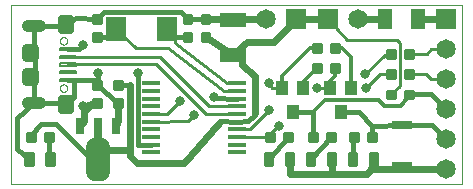
<source format=gtl>
G75*
%MOIN*%
%OFA0B0*%
%FSLAX25Y25*%
%IPPOS*%
%LPD*%
%AMOC8*
5,1,8,0,0,1.08239X$1,22.5*
%
%ADD10C,0.00000*%
%ADD11R,0.05906X0.01575*%
%ADD12C,0.04000*%
%ADD13C,0.00750*%
%ADD14C,0.02750*%
%ADD15C,0.02953*%
%ADD16R,0.06693X0.03150*%
%ADD17C,0.00875*%
%ADD18R,0.09000X0.04500*%
%ADD19R,0.05000X0.07000*%
%ADD20R,0.06500X0.06500*%
%ADD21C,0.06500*%
%ADD22R,0.03150X0.05512*%
%ADD23R,0.03150X0.07480*%
%ADD24C,0.06000*%
%ADD25R,0.07000X0.08000*%
%ADD26R,0.04000X0.04500*%
%ADD27C,0.01600*%
%ADD28C,0.02400*%
%ADD29C,0.03169*%
%ADD30C,0.01000*%
%ADD31C,0.01200*%
D10*
X0008000Y0002750D02*
X0008000Y0062711D01*
X0158201Y0062711D01*
X0158201Y0002750D01*
X0008000Y0002750D01*
X0024191Y0034876D02*
X0024193Y0034946D01*
X0024199Y0035016D01*
X0024209Y0035085D01*
X0024222Y0035154D01*
X0024240Y0035222D01*
X0024261Y0035289D01*
X0024286Y0035354D01*
X0024315Y0035418D01*
X0024347Y0035481D01*
X0024383Y0035541D01*
X0024422Y0035599D01*
X0024464Y0035655D01*
X0024509Y0035709D01*
X0024557Y0035760D01*
X0024608Y0035808D01*
X0024662Y0035853D01*
X0024718Y0035895D01*
X0024776Y0035934D01*
X0024836Y0035970D01*
X0024899Y0036002D01*
X0024963Y0036031D01*
X0025028Y0036056D01*
X0025095Y0036077D01*
X0025163Y0036095D01*
X0025232Y0036108D01*
X0025301Y0036118D01*
X0025371Y0036124D01*
X0025441Y0036126D01*
X0025511Y0036124D01*
X0025581Y0036118D01*
X0025650Y0036108D01*
X0025719Y0036095D01*
X0025787Y0036077D01*
X0025854Y0036056D01*
X0025919Y0036031D01*
X0025983Y0036002D01*
X0026046Y0035970D01*
X0026106Y0035934D01*
X0026164Y0035895D01*
X0026220Y0035853D01*
X0026274Y0035808D01*
X0026325Y0035760D01*
X0026373Y0035709D01*
X0026418Y0035655D01*
X0026460Y0035599D01*
X0026499Y0035541D01*
X0026535Y0035481D01*
X0026567Y0035418D01*
X0026596Y0035354D01*
X0026621Y0035289D01*
X0026642Y0035222D01*
X0026660Y0035154D01*
X0026673Y0035085D01*
X0026683Y0035016D01*
X0026689Y0034946D01*
X0026691Y0034876D01*
X0026689Y0034806D01*
X0026683Y0034736D01*
X0026673Y0034667D01*
X0026660Y0034598D01*
X0026642Y0034530D01*
X0026621Y0034463D01*
X0026596Y0034398D01*
X0026567Y0034334D01*
X0026535Y0034271D01*
X0026499Y0034211D01*
X0026460Y0034153D01*
X0026418Y0034097D01*
X0026373Y0034043D01*
X0026325Y0033992D01*
X0026274Y0033944D01*
X0026220Y0033899D01*
X0026164Y0033857D01*
X0026106Y0033818D01*
X0026046Y0033782D01*
X0025983Y0033750D01*
X0025919Y0033721D01*
X0025854Y0033696D01*
X0025787Y0033675D01*
X0025719Y0033657D01*
X0025650Y0033644D01*
X0025581Y0033634D01*
X0025511Y0033628D01*
X0025441Y0033626D01*
X0025371Y0033628D01*
X0025301Y0033634D01*
X0025232Y0033644D01*
X0025163Y0033657D01*
X0025095Y0033675D01*
X0025028Y0033696D01*
X0024963Y0033721D01*
X0024899Y0033750D01*
X0024836Y0033782D01*
X0024776Y0033818D01*
X0024718Y0033857D01*
X0024662Y0033899D01*
X0024608Y0033944D01*
X0024557Y0033992D01*
X0024509Y0034043D01*
X0024464Y0034097D01*
X0024422Y0034153D01*
X0024383Y0034211D01*
X0024347Y0034271D01*
X0024315Y0034334D01*
X0024286Y0034398D01*
X0024261Y0034463D01*
X0024240Y0034530D01*
X0024222Y0034598D01*
X0024209Y0034667D01*
X0024199Y0034736D01*
X0024193Y0034806D01*
X0024191Y0034876D01*
X0024191Y0050624D02*
X0024193Y0050694D01*
X0024199Y0050764D01*
X0024209Y0050833D01*
X0024222Y0050902D01*
X0024240Y0050970D01*
X0024261Y0051037D01*
X0024286Y0051102D01*
X0024315Y0051166D01*
X0024347Y0051229D01*
X0024383Y0051289D01*
X0024422Y0051347D01*
X0024464Y0051403D01*
X0024509Y0051457D01*
X0024557Y0051508D01*
X0024608Y0051556D01*
X0024662Y0051601D01*
X0024718Y0051643D01*
X0024776Y0051682D01*
X0024836Y0051718D01*
X0024899Y0051750D01*
X0024963Y0051779D01*
X0025028Y0051804D01*
X0025095Y0051825D01*
X0025163Y0051843D01*
X0025232Y0051856D01*
X0025301Y0051866D01*
X0025371Y0051872D01*
X0025441Y0051874D01*
X0025511Y0051872D01*
X0025581Y0051866D01*
X0025650Y0051856D01*
X0025719Y0051843D01*
X0025787Y0051825D01*
X0025854Y0051804D01*
X0025919Y0051779D01*
X0025983Y0051750D01*
X0026046Y0051718D01*
X0026106Y0051682D01*
X0026164Y0051643D01*
X0026220Y0051601D01*
X0026274Y0051556D01*
X0026325Y0051508D01*
X0026373Y0051457D01*
X0026418Y0051403D01*
X0026460Y0051347D01*
X0026499Y0051289D01*
X0026535Y0051229D01*
X0026567Y0051166D01*
X0026596Y0051102D01*
X0026621Y0051037D01*
X0026642Y0050970D01*
X0026660Y0050902D01*
X0026673Y0050833D01*
X0026683Y0050764D01*
X0026689Y0050694D01*
X0026691Y0050624D01*
X0026689Y0050554D01*
X0026683Y0050484D01*
X0026673Y0050415D01*
X0026660Y0050346D01*
X0026642Y0050278D01*
X0026621Y0050211D01*
X0026596Y0050146D01*
X0026567Y0050082D01*
X0026535Y0050019D01*
X0026499Y0049959D01*
X0026460Y0049901D01*
X0026418Y0049845D01*
X0026373Y0049791D01*
X0026325Y0049740D01*
X0026274Y0049692D01*
X0026220Y0049647D01*
X0026164Y0049605D01*
X0026106Y0049566D01*
X0026046Y0049530D01*
X0025983Y0049498D01*
X0025919Y0049469D01*
X0025854Y0049444D01*
X0025787Y0049423D01*
X0025719Y0049405D01*
X0025650Y0049392D01*
X0025581Y0049382D01*
X0025511Y0049376D01*
X0025441Y0049374D01*
X0025371Y0049376D01*
X0025301Y0049382D01*
X0025232Y0049392D01*
X0025163Y0049405D01*
X0025095Y0049423D01*
X0025028Y0049444D01*
X0024963Y0049469D01*
X0024899Y0049498D01*
X0024836Y0049530D01*
X0024776Y0049566D01*
X0024718Y0049605D01*
X0024662Y0049647D01*
X0024608Y0049692D01*
X0024557Y0049740D01*
X0024509Y0049791D01*
X0024464Y0049845D01*
X0024422Y0049901D01*
X0024383Y0049959D01*
X0024347Y0050019D01*
X0024315Y0050082D01*
X0024286Y0050146D01*
X0024261Y0050211D01*
X0024240Y0050278D01*
X0024222Y0050346D01*
X0024209Y0050415D01*
X0024199Y0050484D01*
X0024193Y0050554D01*
X0024191Y0050624D01*
D11*
X0054728Y0036516D03*
X0054728Y0033957D03*
X0054728Y0031398D03*
X0054728Y0028839D03*
X0054728Y0026280D03*
X0054728Y0023720D03*
X0054728Y0021161D03*
X0054728Y0018602D03*
X0054728Y0016043D03*
X0054728Y0013484D03*
X0083272Y0013484D03*
X0083272Y0016043D03*
X0083272Y0018602D03*
X0083272Y0021161D03*
X0083272Y0023720D03*
X0083272Y0026280D03*
X0083272Y0028839D03*
X0083272Y0031398D03*
X0083272Y0033957D03*
X0083272Y0036516D03*
D12*
X0017500Y0030050D02*
X0013500Y0030050D01*
X0013500Y0055450D02*
X0017500Y0055450D01*
D13*
X0029641Y0048243D02*
X0029641Y0047493D01*
X0024391Y0047493D01*
X0024391Y0048243D01*
X0029641Y0048243D01*
X0029641Y0048242D02*
X0024391Y0048242D01*
X0029641Y0045684D02*
X0029641Y0044934D01*
X0024391Y0044934D01*
X0024391Y0045684D01*
X0029641Y0045684D01*
X0029641Y0045683D02*
X0024391Y0045683D01*
X0029641Y0043125D02*
X0029641Y0042375D01*
X0024391Y0042375D01*
X0024391Y0043125D01*
X0029641Y0043125D01*
X0029641Y0043124D02*
X0024391Y0043124D01*
X0029641Y0040566D02*
X0029641Y0039816D01*
X0024391Y0039816D01*
X0024391Y0040566D01*
X0029641Y0040566D01*
X0029641Y0040565D02*
X0024391Y0040565D01*
X0029641Y0038007D02*
X0029641Y0037257D01*
X0024391Y0037257D01*
X0024391Y0038007D01*
X0029641Y0038007D01*
X0029641Y0038006D02*
X0024391Y0038006D01*
D14*
X0024944Y0027590D02*
X0027694Y0027590D01*
X0024944Y0027590D02*
X0024944Y0031138D01*
X0027694Y0031138D01*
X0027694Y0027590D01*
X0027694Y0030339D02*
X0024944Y0030339D01*
X0024944Y0054362D02*
X0027694Y0054362D01*
X0024944Y0054362D02*
X0024944Y0057910D01*
X0027694Y0057910D01*
X0027694Y0054362D01*
X0027694Y0057111D02*
X0024944Y0057111D01*
D15*
X0012743Y0048164D02*
X0012743Y0045210D01*
X0012743Y0048164D02*
X0015697Y0048164D01*
X0015697Y0045210D01*
X0012743Y0045210D01*
X0012743Y0048162D02*
X0015697Y0048162D01*
X0012743Y0040290D02*
X0012743Y0037336D01*
X0012743Y0040290D02*
X0015697Y0040290D01*
X0015697Y0037336D01*
X0012743Y0037336D01*
X0012743Y0040288D02*
X0015697Y0040288D01*
D16*
X0138250Y0022443D03*
X0138250Y0009057D03*
D17*
X0130063Y0009187D02*
X0127437Y0009187D01*
X0127437Y0013313D01*
X0130063Y0013313D01*
X0130063Y0009187D01*
X0130063Y0010061D02*
X0127437Y0010061D01*
X0127437Y0010935D02*
X0130063Y0010935D01*
X0130063Y0011809D02*
X0127437Y0011809D01*
X0127437Y0012683D02*
X0130063Y0012683D01*
X0123063Y0009187D02*
X0120437Y0009187D01*
X0120437Y0013313D01*
X0123063Y0013313D01*
X0123063Y0009187D01*
X0123063Y0010061D02*
X0120437Y0010061D01*
X0120437Y0010935D02*
X0123063Y0010935D01*
X0123063Y0011809D02*
X0120437Y0011809D01*
X0120437Y0012683D02*
X0123063Y0012683D01*
X0116063Y0009187D02*
X0113437Y0009187D01*
X0113437Y0013313D01*
X0116063Y0013313D01*
X0116063Y0009187D01*
X0116063Y0010061D02*
X0113437Y0010061D01*
X0113437Y0010935D02*
X0116063Y0010935D01*
X0116063Y0011809D02*
X0113437Y0011809D01*
X0113437Y0012683D02*
X0116063Y0012683D01*
X0109063Y0009187D02*
X0106437Y0009187D01*
X0106437Y0013313D01*
X0109063Y0013313D01*
X0109063Y0009187D01*
X0109063Y0010061D02*
X0106437Y0010061D01*
X0106437Y0010935D02*
X0109063Y0010935D01*
X0109063Y0011809D02*
X0106437Y0011809D01*
X0106437Y0012683D02*
X0109063Y0012683D01*
X0102063Y0009187D02*
X0099437Y0009187D01*
X0099437Y0013313D01*
X0102063Y0013313D01*
X0102063Y0009187D01*
X0102063Y0010061D02*
X0099437Y0010061D01*
X0099437Y0010935D02*
X0102063Y0010935D01*
X0102063Y0011809D02*
X0099437Y0011809D01*
X0099437Y0012683D02*
X0102063Y0012683D01*
X0095063Y0009187D02*
X0092437Y0009187D01*
X0092437Y0013313D01*
X0095063Y0013313D01*
X0095063Y0009187D01*
X0095063Y0010061D02*
X0092437Y0010061D01*
X0092437Y0010935D02*
X0095063Y0010935D01*
X0095063Y0011809D02*
X0092437Y0011809D01*
X0092437Y0012683D02*
X0095063Y0012683D01*
X0095563Y0019813D02*
X0092937Y0019813D01*
X0095563Y0019813D02*
X0095563Y0017187D01*
X0092937Y0017187D01*
X0092937Y0019813D01*
X0092937Y0018061D02*
X0095563Y0018061D01*
X0095563Y0018935D02*
X0092937Y0018935D01*
X0092937Y0019809D02*
X0095563Y0019809D01*
X0098937Y0019813D02*
X0101563Y0019813D01*
X0101563Y0017187D01*
X0098937Y0017187D01*
X0098937Y0019813D01*
X0098937Y0018061D02*
X0101563Y0018061D01*
X0101563Y0018935D02*
X0098937Y0018935D01*
X0098937Y0019809D02*
X0101563Y0019809D01*
X0107187Y0019813D02*
X0109813Y0019813D01*
X0109813Y0017187D01*
X0107187Y0017187D01*
X0107187Y0019813D01*
X0107187Y0018061D02*
X0109813Y0018061D01*
X0109813Y0018935D02*
X0107187Y0018935D01*
X0107187Y0019809D02*
X0109813Y0019809D01*
X0113187Y0019813D02*
X0115813Y0019813D01*
X0115813Y0017187D01*
X0113187Y0017187D01*
X0113187Y0019813D01*
X0113187Y0018061D02*
X0115813Y0018061D01*
X0115813Y0018935D02*
X0113187Y0018935D01*
X0113187Y0019809D02*
X0115813Y0019809D01*
X0120937Y0017187D02*
X0123563Y0017187D01*
X0120937Y0017187D02*
X0120937Y0019813D01*
X0123563Y0019813D01*
X0123563Y0017187D01*
X0123563Y0018061D02*
X0120937Y0018061D01*
X0120937Y0018935D02*
X0123563Y0018935D01*
X0123563Y0019809D02*
X0120937Y0019809D01*
X0126937Y0017187D02*
X0129563Y0017187D01*
X0126937Y0017187D02*
X0126937Y0019813D01*
X0129563Y0019813D01*
X0129563Y0017187D01*
X0129563Y0018061D02*
X0126937Y0018061D01*
X0126937Y0018935D02*
X0129563Y0018935D01*
X0129563Y0019809D02*
X0126937Y0019809D01*
X0133187Y0031437D02*
X0135813Y0031437D01*
X0133187Y0031437D02*
X0133187Y0034063D01*
X0135813Y0034063D01*
X0135813Y0031437D01*
X0135813Y0032311D02*
X0133187Y0032311D01*
X0133187Y0033185D02*
X0135813Y0033185D01*
X0135813Y0034059D02*
X0133187Y0034059D01*
X0139187Y0031437D02*
X0141813Y0031437D01*
X0139187Y0031437D02*
X0139187Y0034063D01*
X0141813Y0034063D01*
X0141813Y0031437D01*
X0141813Y0032311D02*
X0139187Y0032311D01*
X0139187Y0033185D02*
X0141813Y0033185D01*
X0141813Y0034059D02*
X0139187Y0034059D01*
X0139187Y0038187D02*
X0141813Y0038187D01*
X0139187Y0038187D02*
X0139187Y0040813D01*
X0141813Y0040813D01*
X0141813Y0038187D01*
X0141813Y0039061D02*
X0139187Y0039061D01*
X0139187Y0039935D02*
X0141813Y0039935D01*
X0141813Y0040809D02*
X0139187Y0040809D01*
X0135813Y0038187D02*
X0133187Y0038187D01*
X0133187Y0040813D01*
X0135813Y0040813D01*
X0135813Y0038187D01*
X0135813Y0039061D02*
X0133187Y0039061D01*
X0133187Y0039935D02*
X0135813Y0039935D01*
X0135813Y0040809D02*
X0133187Y0040809D01*
X0133187Y0044937D02*
X0135813Y0044937D01*
X0133187Y0044937D02*
X0133187Y0047563D01*
X0135813Y0047563D01*
X0135813Y0044937D01*
X0135813Y0045811D02*
X0133187Y0045811D01*
X0133187Y0046685D02*
X0135813Y0046685D01*
X0135813Y0047559D02*
X0133187Y0047559D01*
X0139187Y0044937D02*
X0141813Y0044937D01*
X0139187Y0044937D02*
X0139187Y0047563D01*
X0141813Y0047563D01*
X0141813Y0044937D01*
X0141813Y0045811D02*
X0139187Y0045811D01*
X0139187Y0046685D02*
X0141813Y0046685D01*
X0141813Y0047559D02*
X0139187Y0047559D01*
X0117313Y0049563D02*
X0114687Y0049563D01*
X0117313Y0049563D02*
X0117313Y0046937D01*
X0114687Y0046937D01*
X0114687Y0049563D01*
X0114687Y0047811D02*
X0117313Y0047811D01*
X0117313Y0048685D02*
X0114687Y0048685D01*
X0114687Y0049559D02*
X0117313Y0049559D01*
X0111313Y0049563D02*
X0108687Y0049563D01*
X0111313Y0049563D02*
X0111313Y0046937D01*
X0108687Y0046937D01*
X0108687Y0049563D01*
X0108687Y0047811D02*
X0111313Y0047811D01*
X0111313Y0048685D02*
X0108687Y0048685D01*
X0108687Y0049559D02*
X0111313Y0049559D01*
X0111313Y0040187D02*
X0108687Y0040187D01*
X0108687Y0042813D01*
X0111313Y0042813D01*
X0111313Y0040187D01*
X0111313Y0041061D02*
X0108687Y0041061D01*
X0108687Y0041935D02*
X0111313Y0041935D01*
X0111313Y0042809D02*
X0108687Y0042809D01*
X0114687Y0040187D02*
X0117313Y0040187D01*
X0114687Y0040187D02*
X0114687Y0042813D01*
X0117313Y0042813D01*
X0117313Y0040187D01*
X0117313Y0041061D02*
X0114687Y0041061D01*
X0114687Y0041935D02*
X0117313Y0041935D01*
X0117313Y0042809D02*
X0114687Y0042809D01*
X0071437Y0050687D02*
X0071437Y0053313D01*
X0074063Y0053313D01*
X0074063Y0050687D01*
X0071437Y0050687D01*
X0071437Y0051561D02*
X0074063Y0051561D01*
X0074063Y0052435D02*
X0071437Y0052435D01*
X0071437Y0053309D02*
X0074063Y0053309D01*
X0065437Y0053313D02*
X0065437Y0050687D01*
X0065437Y0053313D02*
X0068063Y0053313D01*
X0068063Y0050687D01*
X0065437Y0050687D01*
X0065437Y0051561D02*
X0068063Y0051561D01*
X0068063Y0052435D02*
X0065437Y0052435D01*
X0065437Y0053309D02*
X0068063Y0053309D01*
X0065437Y0056687D02*
X0065437Y0059313D01*
X0068063Y0059313D01*
X0068063Y0056687D01*
X0065437Y0056687D01*
X0065437Y0057561D02*
X0068063Y0057561D01*
X0068063Y0058435D02*
X0065437Y0058435D01*
X0065437Y0059309D02*
X0068063Y0059309D01*
X0071437Y0059313D02*
X0071437Y0056687D01*
X0071437Y0059313D02*
X0074063Y0059313D01*
X0074063Y0056687D01*
X0071437Y0056687D01*
X0071437Y0057561D02*
X0074063Y0057561D01*
X0074063Y0058435D02*
X0071437Y0058435D01*
X0071437Y0059309D02*
X0074063Y0059309D01*
X0035187Y0059313D02*
X0035187Y0056687D01*
X0035187Y0059313D02*
X0037813Y0059313D01*
X0037813Y0056687D01*
X0035187Y0056687D01*
X0035187Y0057561D02*
X0037813Y0057561D01*
X0037813Y0058435D02*
X0035187Y0058435D01*
X0035187Y0059309D02*
X0037813Y0059309D01*
X0035187Y0053313D02*
X0035187Y0050687D01*
X0035187Y0053313D02*
X0037813Y0053313D01*
X0037813Y0050687D01*
X0035187Y0050687D01*
X0035187Y0051561D02*
X0037813Y0051561D01*
X0037813Y0052435D02*
X0035187Y0052435D01*
X0035187Y0053309D02*
X0037813Y0053309D01*
X0035187Y0037313D02*
X0035187Y0034687D01*
X0035187Y0037313D02*
X0037813Y0037313D01*
X0037813Y0034687D01*
X0035187Y0034687D01*
X0035187Y0035561D02*
X0037813Y0035561D01*
X0037813Y0036435D02*
X0035187Y0036435D01*
X0035187Y0037309D02*
X0037813Y0037309D01*
X0044813Y0037313D02*
X0044813Y0034687D01*
X0042187Y0034687D01*
X0042187Y0037313D01*
X0044813Y0037313D01*
X0044813Y0035561D02*
X0042187Y0035561D01*
X0042187Y0036435D02*
X0044813Y0036435D01*
X0044813Y0037309D02*
X0042187Y0037309D01*
X0044813Y0031313D02*
X0044813Y0028687D01*
X0042187Y0028687D01*
X0042187Y0031313D01*
X0044813Y0031313D01*
X0044813Y0029561D02*
X0042187Y0029561D01*
X0042187Y0030435D02*
X0044813Y0030435D01*
X0044813Y0031309D02*
X0042187Y0031309D01*
X0035187Y0031313D02*
X0035187Y0028687D01*
X0035187Y0031313D02*
X0037813Y0031313D01*
X0037813Y0028687D01*
X0035187Y0028687D01*
X0035187Y0029561D02*
X0037813Y0029561D01*
X0037813Y0030435D02*
X0035187Y0030435D01*
X0035187Y0031309D02*
X0037813Y0031309D01*
X0021813Y0019813D02*
X0019187Y0019813D01*
X0021813Y0019813D02*
X0021813Y0017187D01*
X0019187Y0017187D01*
X0019187Y0019813D01*
X0019187Y0018061D02*
X0021813Y0018061D01*
X0021813Y0018935D02*
X0019187Y0018935D01*
X0019187Y0019809D02*
X0021813Y0019809D01*
X0015813Y0019813D02*
X0013187Y0019813D01*
X0015813Y0019813D02*
X0015813Y0017187D01*
X0013187Y0017187D01*
X0013187Y0019813D01*
X0013187Y0018061D02*
X0015813Y0018061D01*
X0015813Y0018935D02*
X0013187Y0018935D01*
X0013187Y0019809D02*
X0015813Y0019809D01*
X0015313Y0013313D02*
X0012687Y0013313D01*
X0015313Y0013313D02*
X0015313Y0009187D01*
X0012687Y0009187D01*
X0012687Y0013313D01*
X0012687Y0010061D02*
X0015313Y0010061D01*
X0015313Y0010935D02*
X0012687Y0010935D01*
X0012687Y0011809D02*
X0015313Y0011809D01*
X0015313Y0012683D02*
X0012687Y0012683D01*
X0019687Y0013313D02*
X0022313Y0013313D01*
X0022313Y0009187D01*
X0019687Y0009187D01*
X0019687Y0013313D01*
X0019687Y0010061D02*
X0022313Y0010061D01*
X0022313Y0010935D02*
X0019687Y0010935D01*
X0019687Y0011809D02*
X0022313Y0011809D01*
X0022313Y0012683D02*
X0019687Y0012683D01*
D18*
X0082000Y0046000D03*
X0082000Y0057500D03*
D19*
X0132500Y0057750D03*
X0143500Y0057750D03*
D20*
X0153000Y0057750D03*
X0113500Y0057750D03*
X0103000Y0057750D03*
D21*
X0093000Y0057750D03*
X0123500Y0057750D03*
X0153000Y0047750D03*
X0153000Y0037750D03*
X0153000Y0027750D03*
X0153000Y0017750D03*
X0153000Y0007750D03*
D22*
X0043000Y0022250D03*
X0031000Y0022250D03*
D23*
X0037000Y0021250D03*
D24*
X0036000Y0015234D02*
X0038000Y0015234D01*
X0038000Y0006864D01*
X0036000Y0006864D01*
X0036000Y0015234D01*
X0036000Y0012863D02*
X0038000Y0012863D01*
D25*
X0043000Y0054500D03*
X0060000Y0054500D03*
D26*
X0098250Y0034750D03*
X0105250Y0034750D03*
X0114250Y0034750D03*
X0121250Y0034750D03*
X0117750Y0026750D03*
X0101750Y0026750D03*
D27*
X0108500Y0026750D01*
X0108500Y0018500D01*
X0114500Y0018500D02*
X0107750Y0011250D01*
X0100250Y0018500D02*
X0093750Y0011250D01*
X0077250Y0023250D02*
X0077250Y0023500D01*
X0077500Y0023750D01*
X0083272Y0023720D01*
X0087000Y0023750D01*
X0089250Y0026000D01*
X0089250Y0026500D01*
X0083272Y0031398D02*
X0075750Y0031500D01*
X0075500Y0031750D01*
X0050250Y0040000D02*
X0050250Y0016000D01*
X0054728Y0016043D01*
X0037000Y0011049D02*
X0033000Y0012750D01*
X0023000Y0022750D01*
X0018000Y0022750D01*
X0014500Y0019250D01*
X0014500Y0018500D01*
X0020500Y0018500D02*
X0020500Y0011250D01*
X0021000Y0011250D01*
X0014000Y0011250D02*
X0010000Y0014500D01*
X0010000Y0024750D01*
X0015500Y0030050D01*
X0015500Y0036000D01*
X0014220Y0038813D01*
X0015750Y0040250D01*
X0015750Y0043750D01*
X0014220Y0046687D01*
X0027016Y0047868D02*
X0030500Y0048000D01*
X0032000Y0049250D01*
X0036500Y0052000D02*
X0040500Y0052000D01*
X0043000Y0054500D01*
X0038750Y0060250D02*
X0036500Y0058000D01*
X0029500Y0058250D01*
X0026319Y0056136D01*
X0023750Y0055500D01*
X0015500Y0055450D01*
X0015750Y0040250D01*
X0027016Y0037632D02*
X0028785Y0037568D01*
X0028750Y0032000D01*
X0026319Y0029364D01*
X0023250Y0030000D01*
X0015500Y0030050D01*
X0028785Y0037568D02*
X0037000Y0037500D01*
X0036500Y0036000D01*
X0043500Y0030000D01*
X0036500Y0030000D02*
X0034250Y0029000D01*
X0034500Y0029750D01*
X0032000Y0028750D01*
X0043500Y0036000D02*
X0047500Y0036000D01*
X0037000Y0037500D02*
X0037000Y0040000D01*
X0060200Y0052150D02*
X0060000Y0054500D01*
X0060200Y0052150D02*
X0062000Y0052000D01*
X0066750Y0052000D01*
X0066750Y0058000D02*
X0064500Y0060250D01*
X0038750Y0060250D01*
X0066750Y0058000D02*
X0072750Y0058000D01*
X0081750Y0057500D02*
X0082000Y0057500D01*
X0084250Y0057750D01*
X0082000Y0046000D02*
X0081750Y0046000D01*
X0082000Y0046000D02*
X0084750Y0045250D01*
X0117750Y0026750D02*
X0123750Y0026750D01*
X0128250Y0022250D01*
X0128250Y0018500D01*
X0122250Y0018500D02*
X0121750Y0016500D01*
X0121750Y0011250D01*
X0128250Y0022250D02*
X0138250Y0022443D01*
X0148250Y0022500D01*
X0153000Y0017750D01*
X0153000Y0027750D02*
X0148000Y0032750D01*
X0140500Y0032750D01*
D28*
X0103000Y0057750D02*
X0095500Y0050250D01*
X0086500Y0050250D01*
X0082000Y0046000D01*
X0081750Y0046000D02*
X0072750Y0052000D01*
X0072750Y0058000D02*
X0081750Y0057500D01*
X0084250Y0057750D02*
X0093000Y0057750D01*
X0103000Y0057750D02*
X0113500Y0057750D01*
X0123500Y0057750D02*
X0132500Y0057750D01*
X0143500Y0057750D02*
X0153000Y0057750D01*
X0089250Y0039000D02*
X0084750Y0042500D01*
X0084750Y0045250D01*
X0089250Y0039000D02*
X0089250Y0026500D01*
X0077250Y0023250D02*
X0065500Y0009750D01*
X0050000Y0009750D01*
X0047500Y0012250D01*
X0047500Y0014250D01*
X0047500Y0036000D01*
X0043500Y0030000D02*
X0043500Y0024250D01*
X0043000Y0022250D01*
X0037000Y0021250D02*
X0037000Y0014250D01*
X0047500Y0014250D01*
X0037000Y0014250D02*
X0037000Y0011049D01*
X0031000Y0022250D02*
X0032250Y0023750D01*
X0032250Y0027250D01*
X0034250Y0029000D01*
X0100750Y0011250D02*
X0100750Y0006250D01*
X0114750Y0006250D01*
X0114750Y0011250D01*
X0114750Y0006250D02*
X0126500Y0006250D01*
X0128000Y0007750D01*
X0128750Y0011250D01*
X0128000Y0007750D02*
X0138000Y0007750D01*
X0138250Y0009057D01*
X0138000Y0007750D02*
X0153000Y0007750D01*
D29*
X0097250Y0022250D03*
X0093750Y0027500D03*
X0110000Y0034750D03*
X0126250Y0035000D03*
X0126000Y0039500D03*
X0093750Y0036500D03*
X0075500Y0031750D03*
X0064250Y0030500D03*
X0069000Y0025750D03*
X0050250Y0040000D03*
X0037000Y0040000D03*
X0032000Y0049250D03*
X0032000Y0028750D03*
D30*
X0054728Y0026280D02*
X0060000Y0026250D01*
X0064250Y0030500D01*
X0072750Y0026250D02*
X0083272Y0026280D01*
X0083272Y0028839D02*
X0074000Y0028750D01*
X0057500Y0045250D01*
X0027016Y0045309D01*
X0027016Y0042750D02*
X0056250Y0042750D01*
X0072750Y0026250D01*
X0069000Y0025750D02*
X0066750Y0023750D01*
X0054728Y0023720D01*
X0060250Y0048250D02*
X0078750Y0034000D01*
X0083272Y0033957D01*
X0083272Y0036516D02*
X0079750Y0036500D01*
X0062500Y0049750D01*
X0062500Y0052250D01*
X0060200Y0052150D01*
X0060250Y0048250D02*
X0049500Y0048250D01*
X0043000Y0054500D01*
X0093750Y0036500D02*
X0095000Y0034750D01*
X0098250Y0034750D01*
X0110000Y0034750D02*
X0114250Y0034750D01*
X0126250Y0035000D02*
X0130750Y0039500D01*
X0134500Y0039500D01*
X0140500Y0039500D02*
X0146250Y0039500D01*
X0148000Y0037750D01*
X0153000Y0037750D01*
X0137500Y0035500D02*
X0137500Y0050000D01*
X0136500Y0051000D01*
X0119750Y0051000D01*
X0113500Y0057750D01*
X0126000Y0039500D02*
X0132500Y0046000D01*
X0134250Y0046000D01*
X0134500Y0046250D01*
X0140500Y0046250D02*
X0146500Y0046250D01*
X0148000Y0047750D01*
X0153000Y0047750D01*
X0137500Y0035500D02*
X0134500Y0032750D01*
X0097250Y0022250D02*
X0094250Y0020000D01*
X0094250Y0018500D01*
X0083272Y0018602D01*
X0083272Y0021161D02*
X0087250Y0021250D01*
X0087500Y0021250D01*
X0093750Y0027500D01*
D31*
X0108500Y0026750D02*
X0112500Y0030750D01*
X0130500Y0030750D01*
X0132250Y0029000D01*
X0137750Y0029000D01*
X0140000Y0031500D01*
X0140500Y0032750D01*
X0121250Y0034750D02*
X0121250Y0045250D01*
X0118250Y0048250D01*
X0116000Y0048250D01*
X0110000Y0048250D02*
X0107500Y0048250D01*
X0101750Y0042500D01*
X0098250Y0038750D01*
X0098250Y0034750D01*
X0105250Y0034750D02*
X0105250Y0036750D01*
X0110000Y0041500D01*
X0116000Y0041500D02*
X0116000Y0039000D01*
X0114250Y0037250D01*
X0114250Y0034750D01*
M02*

</source>
